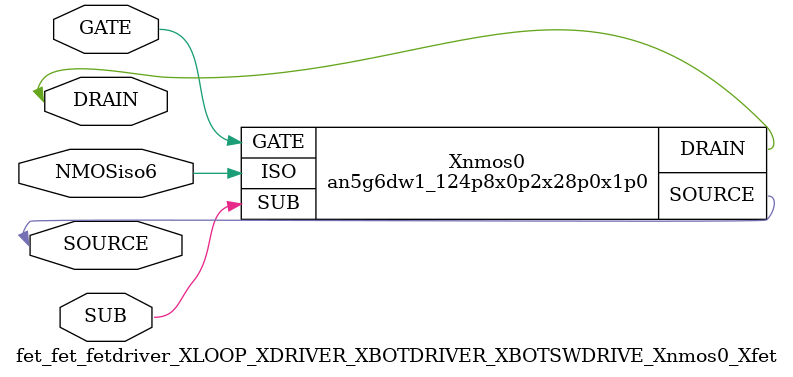
<source format=v>

module an5g6dw1_124p8x0p2x28p0x1p0 (DRAIN,GATE,SOURCE,ISO,SUB);
input GATE;
input ISO;
input SUB;
inout SOURCE;
inout DRAIN;
endmodule

//Celera Confidential Do Not Copy fet_fet_fetdriver_XLOOP_XDRIVER_XBOTDRIVER_XBOTSWDRIVE_Xnmos0_Xfet
//Celera Confidential Symbol Generator
//power NMOS:Ron:1.000 Ohm
//Vgs 6V Vds 6V
//Kelvin:no

module fet_fet_fetdriver_XLOOP_XDRIVER_XBOTDRIVER_XBOTSWDRIVE_Xnmos0_Xfet (GATE,SOURCE,DRAIN,NMOSiso6,SUB);
input GATE;
inout SOURCE;
inout DRAIN;
input SUB;
input NMOSiso6;

//Celera Confidential Do Not Copy an5g6dw1_124p8x0p2x28p0x1p0
an5g6dw1_124p8x0p2x28p0x1p0 Xnmos0(
.DRAIN (DRAIN),
.GATE (GATE),
.SOURCE (SOURCE),
.ISO (NMOSiso6),
.SUB (SUB)
);
//,diesize,an5g6dw1_124p8x0p2x28p0x1p0

//Celera Confidential Do Not Copy Module End
//Celera Schematic Generator
endmodule

</source>
